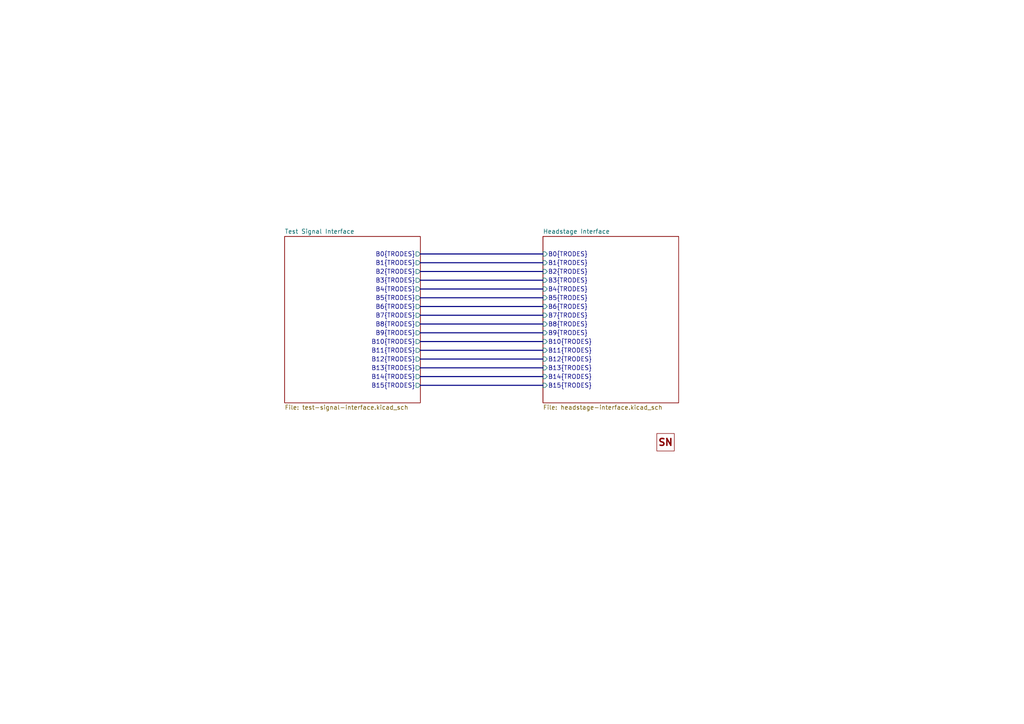
<source format=kicad_sch>
(kicad_sch (version 20250114) (generator "eeschema") (generator_version "9.0")
  (paper "A4")
  (title_block (title "Ephys Test Module - 128 Channel (Dual Hirose DF40C)") (date "2025-04-07") (rev "A") (company "Open Ephys, Inc."))
  (lib_symbols
    (symbol "_symbol Lib:OEPS-SN" (in_bom no)
      (property "Reference" "H" (at 0 3.81 0))
      (symbol "OEPS-SN_0_1"
        (rectangle (start -2.54 2.54) (end 2.54 -2.54))
      )
      (symbol "OEPS-SN_1_1"
        (text "SN" (at 0 0 0) (effects (font (size 2 2) (bold yes))))
      )
    )
  )
  (bus (pts (xy 157.48 76.2) (xy 121.92 76.2)))
  (bus (pts (xy 157.48 88.9) (xy 121.92 88.9)))
  (bus (pts (xy 157.48 96.52) (xy 121.92 96.52)))
  (bus (pts (xy 157.48 83.82) (xy 121.92 83.82)))
  (bus (pts (xy 157.48 81.28) (xy 121.92 81.28)))
  (bus (pts (xy 157.48 99.06) (xy 121.92 99.06)))
  (bus (pts (xy 157.48 104.14) (xy 121.92 104.14)))
  (bus (pts (xy 157.48 93.98) (xy 121.92 93.98)))
  (bus (pts (xy 157.48 101.6) (xy 121.92 101.6)))
  (bus (pts (xy 157.48 91.44) (xy 121.92 91.44)))
  (bus (pts (xy 157.48 109.22) (xy 121.92 109.22)))
  (bus (pts (xy 157.48 106.68) (xy 121.92 106.68)))
  (bus (pts (xy 157.48 111.76) (xy 121.92 111.76)))
  (bus (pts (xy 157.48 73.66) (xy 121.92 73.66)))
  (bus (pts (xy 157.48 78.74) (xy 121.92 78.74)))
  (bus (pts (xy 157.48 86.36) (xy 121.92 86.36)))
  (symbol (lib_id "_symbol Lib:OEPS-SN") (at 193.04 128.27 0) (unit 1) (in_bom no)
    (property "Reference" "H1" (effects (hide yes)))
    (property "Value" "SN" (effects (hide yes)))
    (property "Footprint" "_footprint Lib:OEPS_SN-STICKER-8x20mm" (effects (hide yes)))
    (property "MPN" "n.a." (effects (hide yes)))
    (property "OEPSPN" "n.a." (effects (hide yes)))
  )
  (sheet (at 157.48 68.58) (size 39.37 48.26) (stroke (width 0.1524))
    (property "Sheetname" "Headstage Interface" (at 157.48 67.8684 0) (effects (justify left bottom)))
    (property "Sheetfile" "headstage-interface.kicad_sch" (at 157.48 117.4246 0) (effects (justify left top)))
    (pin "B12{TRODES}" input (at 157.48 104.14 180))
    (pin "B13{TRODES}" input (at 157.48 106.68 180))
    (pin "B8{TRODES}" input (at 157.48 93.98 180))
    (pin "B9{TRODES}" input (at 157.48 96.52 180))
    (pin "B4{TRODES}" input (at 157.48 83.82 180))
    (pin "B5{TRODES}" input (at 157.48 86.36 180))
    (pin "B0{TRODES}" input (at 157.48 73.66 180))
    (pin "B1{TRODES}" input (at 157.48 76.2 180))
    (pin "B2{TRODES}" input (at 157.48 78.74 180))
    (pin "B3{TRODES}" input (at 157.48 81.28 180))
    (pin "B7{TRODES}" input (at 157.48 91.44 180))
    (pin "B6{TRODES}" input (at 157.48 88.9 180))
    (pin "B10{TRODES}" input (at 157.48 99.06 180))
    (pin "B11{TRODES}" input (at 157.48 101.6 180))
    (pin "B14{TRODES}" input (at 157.48 109.22 180))
    (pin "B15{TRODES}" input (at 157.48 111.76 180))
  )
  (sheet (at 82.55 68.58) (size 39.37 48.26) (stroke (width 0.1524))
    (property "Sheetname" "Test Signal Interface" (at 82.55 67.8684 0) (effects (justify left bottom)))
    (property "Sheetfile" "test-signal-interface.kicad_sch" (at 82.55 117.4246 0) (effects (justify left top)))
    (pin "B0{TRODES}" output (at 121.92 73.66 0))
    (pin "B2{TRODES}" output (at 121.92 78.74 0))
    (pin "B5{TRODES}" output (at 121.92 86.36 0))
    (pin "B4{TRODES}" output (at 121.92 83.82 0))
    (pin "B1{TRODES}" output (at 121.92 76.2 0))
    (pin "B3{TRODES}" output (at 121.92 81.28 0))
    (pin "B6{TRODES}" output (at 121.92 88.9 0))
    (pin "B7{TRODES}" output (at 121.92 91.44 0))
    (pin "B9{TRODES}" output (at 121.92 96.52 0))
    (pin "B8{TRODES}" output (at 121.92 93.98 0))
    (pin "B10{TRODES}" output (at 121.92 99.06 0))
    (pin "B11{TRODES}" output (at 121.92 101.6 0))
    (pin "B12{TRODES}" output (at 121.92 104.14 0))
    (pin "B13{TRODES}" output (at 121.92 106.68 0))
    (pin "B14{TRODES}" output (at 121.92 109.22 0))
    (pin "B15{TRODES}" output (at 121.92 111.76 0))
  )
)
</source>
